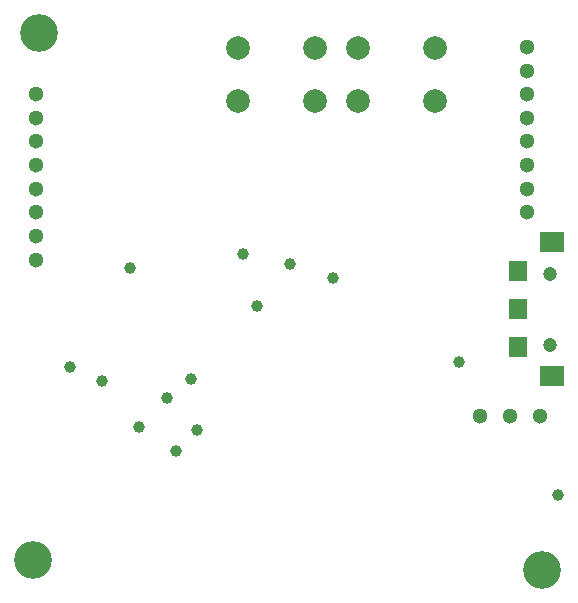
<source format=gbs>
G04 #@! TF.GenerationSoftware,KiCad,Pcbnew,7.0.1*
G04 #@! TF.CreationDate,2023-10-11T20:36:53-05:00*
G04 #@! TF.ProjectId,Main_Board,4d61696e-5f42-46f6-9172-642e6b696361,1*
G04 #@! TF.SameCoordinates,Original*
G04 #@! TF.FileFunction,Soldermask,Bot*
G04 #@! TF.FilePolarity,Negative*
%FSLAX46Y46*%
G04 Gerber Fmt 4.6, Leading zero omitted, Abs format (unit mm)*
G04 Created by KiCad (PCBNEW 7.0.1) date 2023-10-11 20:36:53*
%MOMM*%
%LPD*%
G01*
G04 APERTURE LIST*
%ADD10C,3.200000*%
%ADD11C,1.300000*%
%ADD12C,2.000000*%
%ADD13C,1.000000*%
%ADD14C,1.200000*%
%ADD15R,1.500000X1.800000*%
%ADD16R,2.100000X1.800000*%
G04 APERTURE END LIST*
D10*
X231536922Y-67631687D03*
X188976922Y-22212687D03*
D11*
X231406822Y-54623787D03*
X228866822Y-54623787D03*
X226326822Y-54623787D03*
D10*
X188416922Y-66801687D03*
D12*
X222500522Y-27971687D03*
X216000522Y-27971687D03*
X222500522Y-23471687D03*
X216000522Y-23471687D03*
D11*
X230236822Y-23373787D03*
X230236822Y-25373787D03*
X230236822Y-27373787D03*
X230236822Y-29373787D03*
X230236822Y-31373787D03*
X230236822Y-33373787D03*
X230236822Y-35373787D03*
X230236822Y-37373787D03*
D12*
X212316922Y-27921687D03*
X205816922Y-27921687D03*
X212316922Y-23421687D03*
X205816922Y-23421687D03*
D13*
X200519222Y-57593387D03*
D14*
X232221822Y-48563787D03*
X232221822Y-42563787D03*
D15*
X229471822Y-48763787D03*
X229471822Y-45563787D03*
D16*
X232371822Y-51263787D03*
D15*
X229471822Y-42363787D03*
D16*
X232371822Y-39863787D03*
D13*
X207428022Y-45299787D03*
X210171222Y-41743787D03*
X202348022Y-55815387D03*
X191603822Y-50455987D03*
D11*
X188733622Y-41368387D03*
X188733622Y-39368387D03*
X188733622Y-37368387D03*
X188733622Y-35368387D03*
X188733622Y-33368387D03*
X188733622Y-31368387D03*
X188733622Y-29368387D03*
X188733622Y-27368387D03*
D13*
X197395022Y-55510587D03*
X194321622Y-51649787D03*
X199757222Y-53122987D03*
X232878822Y-61301787D03*
X196633022Y-42073987D03*
X201789222Y-51446587D03*
X206259622Y-40930987D03*
X213879622Y-42962987D03*
X224534922Y-50075687D03*
M02*

</source>
